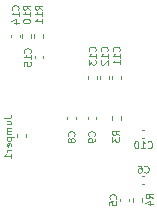
<source format=gbr>
%TF.GenerationSoftware,KiCad,Pcbnew,(6.0.0)*%
%TF.CreationDate,2022-03-30T16:35:39+08:00*%
%TF.ProjectId,USB2_Jtag_Bridge,55534232-5f4a-4746-9167-5f4272696467,rev?*%
%TF.SameCoordinates,Original*%
%TF.FileFunction,Legend,Bot*%
%TF.FilePolarity,Positive*%
%FSLAX46Y46*%
G04 Gerber Fmt 4.6, Leading zero omitted, Abs format (unit mm)*
G04 Created by KiCad (PCBNEW (6.0.0)) date 2022-03-30 16:35:39*
%MOMM*%
%LPD*%
G01*
G04 APERTURE LIST*
%ADD10C,0.100000*%
%ADD11C,0.120000*%
G04 APERTURE END LIST*
D10*
%TO.C,C14*%
X134704285Y-66884285D02*
X134732857Y-66855714D01*
X134761428Y-66770000D01*
X134761428Y-66712857D01*
X134732857Y-66627142D01*
X134675714Y-66570000D01*
X134618571Y-66541428D01*
X134504285Y-66512857D01*
X134418571Y-66512857D01*
X134304285Y-66541428D01*
X134247142Y-66570000D01*
X134190000Y-66627142D01*
X134161428Y-66712857D01*
X134161428Y-66770000D01*
X134190000Y-66855714D01*
X134218571Y-66884285D01*
X134761428Y-67455714D02*
X134761428Y-67112857D01*
X134761428Y-67284285D02*
X134161428Y-67284285D01*
X134247142Y-67227142D01*
X134304285Y-67170000D01*
X134332857Y-67112857D01*
X134361428Y-67970000D02*
X134761428Y-67970000D01*
X134132857Y-67827142D02*
X134561428Y-67684285D01*
X134561428Y-68055714D01*
%TO.C,C5*%
X142964285Y-82880000D02*
X142992857Y-82851428D01*
X143021428Y-82765714D01*
X143021428Y-82708571D01*
X142992857Y-82622857D01*
X142935714Y-82565714D01*
X142878571Y-82537142D01*
X142764285Y-82508571D01*
X142678571Y-82508571D01*
X142564285Y-82537142D01*
X142507142Y-82565714D01*
X142450000Y-82622857D01*
X142421428Y-82708571D01*
X142421428Y-82765714D01*
X142450000Y-82851428D01*
X142478571Y-82880000D01*
X142421428Y-83422857D02*
X142421428Y-83137142D01*
X142707142Y-83108571D01*
X142678571Y-83137142D01*
X142650000Y-83194285D01*
X142650000Y-83337142D01*
X142678571Y-83394285D01*
X142707142Y-83422857D01*
X142764285Y-83451428D01*
X142907142Y-83451428D01*
X142964285Y-83422857D01*
X142992857Y-83394285D01*
X143021428Y-83337142D01*
X143021428Y-83194285D01*
X142992857Y-83137142D01*
X142964285Y-83108571D01*
%TO.C,C9*%
X141174285Y-77540000D02*
X141202857Y-77511428D01*
X141231428Y-77425714D01*
X141231428Y-77368571D01*
X141202857Y-77282857D01*
X141145714Y-77225714D01*
X141088571Y-77197142D01*
X140974285Y-77168571D01*
X140888571Y-77168571D01*
X140774285Y-77197142D01*
X140717142Y-77225714D01*
X140660000Y-77282857D01*
X140631428Y-77368571D01*
X140631428Y-77425714D01*
X140660000Y-77511428D01*
X140688571Y-77540000D01*
X141231428Y-77825714D02*
X141231428Y-77940000D01*
X141202857Y-77997142D01*
X141174285Y-78025714D01*
X141088571Y-78082857D01*
X140974285Y-78111428D01*
X140745714Y-78111428D01*
X140688571Y-78082857D01*
X140660000Y-78054285D01*
X140631428Y-77997142D01*
X140631428Y-77882857D01*
X140660000Y-77825714D01*
X140688571Y-77797142D01*
X140745714Y-77768571D01*
X140888571Y-77768571D01*
X140945714Y-77797142D01*
X140974285Y-77825714D01*
X141002857Y-77882857D01*
X141002857Y-77997142D01*
X140974285Y-78054285D01*
X140945714Y-78082857D01*
X140888571Y-78111428D01*
%TO.C,R4*%
X146101428Y-82840000D02*
X145815714Y-82640000D01*
X146101428Y-82497142D02*
X145501428Y-82497142D01*
X145501428Y-82725714D01*
X145530000Y-82782857D01*
X145558571Y-82811428D01*
X145615714Y-82840000D01*
X145701428Y-82840000D01*
X145758571Y-82811428D01*
X145787142Y-82782857D01*
X145815714Y-82725714D01*
X145815714Y-82497142D01*
X145701428Y-83354285D02*
X146101428Y-83354285D01*
X145472857Y-83211428D02*
X145901428Y-83068571D01*
X145901428Y-83440000D01*
%TO.C,C13*%
X141224285Y-70384284D02*
X141252857Y-70355713D01*
X141281428Y-70269999D01*
X141281428Y-70212856D01*
X141252857Y-70127141D01*
X141195714Y-70069999D01*
X141138571Y-70041427D01*
X141024285Y-70012856D01*
X140938571Y-70012856D01*
X140824285Y-70041427D01*
X140767142Y-70069999D01*
X140710000Y-70127141D01*
X140681428Y-70212856D01*
X140681428Y-70269999D01*
X140710000Y-70355713D01*
X140738571Y-70384284D01*
X141281428Y-70955713D02*
X141281428Y-70612856D01*
X141281428Y-70784284D02*
X140681428Y-70784284D01*
X140767142Y-70727141D01*
X140824285Y-70669999D01*
X140852857Y-70612856D01*
X140681428Y-71155713D02*
X140681428Y-71527141D01*
X140910000Y-71327141D01*
X140910000Y-71412856D01*
X140938571Y-71469999D01*
X140967142Y-71498570D01*
X141024285Y-71527141D01*
X141167142Y-71527141D01*
X141224285Y-71498570D01*
X141252857Y-71469999D01*
X141281428Y-71412856D01*
X141281428Y-71241427D01*
X141252857Y-71184284D01*
X141224285Y-71155713D01*
%TO.C,C11*%
X143244285Y-70374285D02*
X143272857Y-70345714D01*
X143301428Y-70260000D01*
X143301428Y-70202857D01*
X143272857Y-70117142D01*
X143215714Y-70060000D01*
X143158571Y-70031428D01*
X143044285Y-70002857D01*
X142958571Y-70002857D01*
X142844285Y-70031428D01*
X142787142Y-70060000D01*
X142730000Y-70117142D01*
X142701428Y-70202857D01*
X142701428Y-70260000D01*
X142730000Y-70345714D01*
X142758571Y-70374285D01*
X143301428Y-70945714D02*
X143301428Y-70602857D01*
X143301428Y-70774285D02*
X142701428Y-70774285D01*
X142787142Y-70717142D01*
X142844285Y-70660000D01*
X142872857Y-70602857D01*
X143301428Y-71517142D02*
X143301428Y-71174285D01*
X143301428Y-71345714D02*
X142701428Y-71345714D01*
X142787142Y-71288571D01*
X142844285Y-71231428D01*
X142872857Y-71174285D01*
%TO.C,R11*%
X136731428Y-66884285D02*
X136445714Y-66684285D01*
X136731428Y-66541428D02*
X136131428Y-66541428D01*
X136131428Y-66770000D01*
X136160000Y-66827142D01*
X136188571Y-66855714D01*
X136245714Y-66884285D01*
X136331428Y-66884285D01*
X136388571Y-66855714D01*
X136417142Y-66827142D01*
X136445714Y-66770000D01*
X136445714Y-66541428D01*
X136731428Y-67455714D02*
X136731428Y-67112857D01*
X136731428Y-67284285D02*
X136131428Y-67284285D01*
X136217142Y-67227142D01*
X136274285Y-67170000D01*
X136302857Y-67112857D01*
X136731428Y-68027142D02*
X136731428Y-67684285D01*
X136731428Y-67855714D02*
X136131428Y-67855714D01*
X136217142Y-67798571D01*
X136274285Y-67741428D01*
X136302857Y-67684285D01*
%TO.C,R3*%
X143281428Y-77499999D02*
X142995714Y-77299999D01*
X143281428Y-77157141D02*
X142681428Y-77157141D01*
X142681428Y-77385713D01*
X142710000Y-77442856D01*
X142738571Y-77471427D01*
X142795714Y-77499999D01*
X142881428Y-77499999D01*
X142938571Y-77471427D01*
X142967142Y-77442856D01*
X142995714Y-77385713D01*
X142995714Y-77157141D01*
X142681428Y-77699999D02*
X142681428Y-78071427D01*
X142910000Y-77871427D01*
X142910000Y-77957141D01*
X142938571Y-78014284D01*
X142967142Y-78042856D01*
X143024285Y-78071427D01*
X143167142Y-78071427D01*
X143224285Y-78042856D01*
X143252857Y-78014284D01*
X143281428Y-77957141D01*
X143281428Y-77785713D01*
X143252857Y-77728570D01*
X143224285Y-77699999D01*
%TO.C,C6*%
X145400000Y-80634285D02*
X145428571Y-80662857D01*
X145514285Y-80691428D01*
X145571428Y-80691428D01*
X145657142Y-80662857D01*
X145714285Y-80605714D01*
X145742857Y-80548571D01*
X145771428Y-80434285D01*
X145771428Y-80348571D01*
X145742857Y-80234285D01*
X145714285Y-80177142D01*
X145657142Y-80120000D01*
X145571428Y-80091428D01*
X145514285Y-80091428D01*
X145428571Y-80120000D01*
X145400000Y-80148571D01*
X144885714Y-80091428D02*
X145000000Y-80091428D01*
X145057142Y-80120000D01*
X145085714Y-80148571D01*
X145142857Y-80234285D01*
X145171428Y-80348571D01*
X145171428Y-80577142D01*
X145142857Y-80634285D01*
X145114285Y-80662857D01*
X145057142Y-80691428D01*
X144942857Y-80691428D01*
X144885714Y-80662857D01*
X144857142Y-80634285D01*
X144828571Y-80577142D01*
X144828571Y-80434285D01*
X144857142Y-80377142D01*
X144885714Y-80348571D01*
X144942857Y-80320000D01*
X145057142Y-80320000D01*
X145114285Y-80348571D01*
X145142857Y-80377142D01*
X145171428Y-80434285D01*
%TO.C,R10*%
X135721428Y-66884285D02*
X135435714Y-66684285D01*
X135721428Y-66541428D02*
X135121428Y-66541428D01*
X135121428Y-66770000D01*
X135150000Y-66827142D01*
X135178571Y-66855714D01*
X135235714Y-66884285D01*
X135321428Y-66884285D01*
X135378571Y-66855714D01*
X135407142Y-66827142D01*
X135435714Y-66770000D01*
X135435714Y-66541428D01*
X135721428Y-67455714D02*
X135721428Y-67112857D01*
X135721428Y-67284285D02*
X135121428Y-67284285D01*
X135207142Y-67227142D01*
X135264285Y-67170000D01*
X135292857Y-67112857D01*
X135121428Y-67827142D02*
X135121428Y-67884285D01*
X135150000Y-67941428D01*
X135178571Y-67970000D01*
X135235714Y-67998571D01*
X135350000Y-68027142D01*
X135492857Y-68027142D01*
X135607142Y-67998571D01*
X135664285Y-67970000D01*
X135692857Y-67941428D01*
X135721428Y-67884285D01*
X135721428Y-67827142D01*
X135692857Y-67770000D01*
X135664285Y-67741428D01*
X135607142Y-67712857D01*
X135492857Y-67684285D01*
X135350000Y-67684285D01*
X135235714Y-67712857D01*
X135178571Y-67741428D01*
X135150000Y-67770000D01*
X135121428Y-67827142D01*
%TO.C,Jumper1*%
X133541428Y-76054285D02*
X133970000Y-76054285D01*
X134055714Y-76025714D01*
X134112857Y-75968571D01*
X134141428Y-75882857D01*
X134141428Y-75825714D01*
X133741428Y-76597142D02*
X134141428Y-76597142D01*
X133741428Y-76340000D02*
X134055714Y-76340000D01*
X134112857Y-76368571D01*
X134141428Y-76425714D01*
X134141428Y-76511428D01*
X134112857Y-76568571D01*
X134084285Y-76597142D01*
X134141428Y-76882857D02*
X133741428Y-76882857D01*
X133798571Y-76882857D02*
X133770000Y-76911428D01*
X133741428Y-76968571D01*
X133741428Y-77054285D01*
X133770000Y-77111428D01*
X133827142Y-77140000D01*
X134141428Y-77140000D01*
X133827142Y-77140000D02*
X133770000Y-77168571D01*
X133741428Y-77225714D01*
X133741428Y-77311428D01*
X133770000Y-77368571D01*
X133827142Y-77397142D01*
X134141428Y-77397142D01*
X133741428Y-77682857D02*
X134341428Y-77682857D01*
X133770000Y-77682857D02*
X133741428Y-77740000D01*
X133741428Y-77854285D01*
X133770000Y-77911428D01*
X133798571Y-77940000D01*
X133855714Y-77968571D01*
X134027142Y-77968571D01*
X134084285Y-77940000D01*
X134112857Y-77911428D01*
X134141428Y-77854285D01*
X134141428Y-77740000D01*
X134112857Y-77682857D01*
X134112857Y-78454285D02*
X134141428Y-78397142D01*
X134141428Y-78282857D01*
X134112857Y-78225714D01*
X134055714Y-78197142D01*
X133827142Y-78197142D01*
X133770000Y-78225714D01*
X133741428Y-78282857D01*
X133741428Y-78397142D01*
X133770000Y-78454285D01*
X133827142Y-78482857D01*
X133884285Y-78482857D01*
X133941428Y-78197142D01*
X134141428Y-78740000D02*
X133741428Y-78740000D01*
X133855714Y-78740000D02*
X133798571Y-78768571D01*
X133770000Y-78797142D01*
X133741428Y-78854285D01*
X133741428Y-78911428D01*
X134141428Y-79425714D02*
X134141428Y-79082857D01*
X134141428Y-79254285D02*
X133541428Y-79254285D01*
X133627142Y-79197142D01*
X133684285Y-79140000D01*
X133712857Y-79082857D01*
%TO.C,C8*%
X139434022Y-77540000D02*
X139462594Y-77511428D01*
X139491165Y-77425714D01*
X139491165Y-77368571D01*
X139462594Y-77282857D01*
X139405451Y-77225714D01*
X139348308Y-77197142D01*
X139234022Y-77168571D01*
X139148308Y-77168571D01*
X139034022Y-77197142D01*
X138976879Y-77225714D01*
X138919737Y-77282857D01*
X138891165Y-77368571D01*
X138891165Y-77425714D01*
X138919737Y-77511428D01*
X138948308Y-77540000D01*
X139148308Y-77882857D02*
X139119737Y-77825714D01*
X139091165Y-77797142D01*
X139034022Y-77768571D01*
X139005451Y-77768571D01*
X138948308Y-77797142D01*
X138919737Y-77825714D01*
X138891165Y-77882857D01*
X138891165Y-77997142D01*
X138919737Y-78054285D01*
X138948308Y-78082857D01*
X139005451Y-78111428D01*
X139034022Y-78111428D01*
X139091165Y-78082857D01*
X139119737Y-78054285D01*
X139148308Y-77997142D01*
X139148308Y-77882857D01*
X139176879Y-77825714D01*
X139205451Y-77797142D01*
X139262594Y-77768571D01*
X139376879Y-77768571D01*
X139434022Y-77797142D01*
X139462594Y-77825714D01*
X139491165Y-77882857D01*
X139491165Y-77997142D01*
X139462594Y-78054285D01*
X139434022Y-78082857D01*
X139376879Y-78111428D01*
X139262594Y-78111428D01*
X139205451Y-78082857D01*
X139176879Y-78054285D01*
X139148308Y-77997142D01*
%TO.C,C12*%
X142229603Y-70382400D02*
X142258175Y-70353829D01*
X142286746Y-70268115D01*
X142286746Y-70210972D01*
X142258175Y-70125257D01*
X142201032Y-70068115D01*
X142143889Y-70039543D01*
X142029603Y-70010972D01*
X141943889Y-70010972D01*
X141829603Y-70039543D01*
X141772460Y-70068115D01*
X141715318Y-70125257D01*
X141686746Y-70210972D01*
X141686746Y-70268115D01*
X141715318Y-70353829D01*
X141743889Y-70382400D01*
X142286746Y-70953829D02*
X142286746Y-70610972D01*
X142286746Y-70782400D02*
X141686746Y-70782400D01*
X141772460Y-70725257D01*
X141829603Y-70668115D01*
X141858175Y-70610972D01*
X141743889Y-71182400D02*
X141715318Y-71210972D01*
X141686746Y-71268115D01*
X141686746Y-71410972D01*
X141715318Y-71468115D01*
X141743889Y-71496686D01*
X141801032Y-71525257D01*
X141858175Y-71525257D01*
X141943889Y-71496686D01*
X142286746Y-71153829D01*
X142286746Y-71525257D01*
%TO.C,C15*%
X135734285Y-70514285D02*
X135762857Y-70485714D01*
X135791428Y-70400000D01*
X135791428Y-70342857D01*
X135762857Y-70257142D01*
X135705714Y-70200000D01*
X135648571Y-70171428D01*
X135534285Y-70142857D01*
X135448571Y-70142857D01*
X135334285Y-70171428D01*
X135277142Y-70200000D01*
X135220000Y-70257142D01*
X135191428Y-70342857D01*
X135191428Y-70400000D01*
X135220000Y-70485714D01*
X135248571Y-70514285D01*
X135791428Y-71085714D02*
X135791428Y-70742857D01*
X135791428Y-70914285D02*
X135191428Y-70914285D01*
X135277142Y-70857142D01*
X135334285Y-70800000D01*
X135362857Y-70742857D01*
X135191428Y-71628571D02*
X135191428Y-71342857D01*
X135477142Y-71314285D01*
X135448571Y-71342857D01*
X135420000Y-71400000D01*
X135420000Y-71542857D01*
X135448571Y-71600000D01*
X135477142Y-71628571D01*
X135534285Y-71657142D01*
X135677142Y-71657142D01*
X135734285Y-71628571D01*
X135762857Y-71600000D01*
X135791428Y-71542857D01*
X135791428Y-71400000D01*
X135762857Y-71342857D01*
X135734285Y-71314285D01*
%TO.C,C10*%
X145685714Y-78554285D02*
X145714285Y-78582857D01*
X145800000Y-78611428D01*
X145857142Y-78611428D01*
X145942857Y-78582857D01*
X146000000Y-78525714D01*
X146028571Y-78468571D01*
X146057142Y-78354285D01*
X146057142Y-78268571D01*
X146028571Y-78154285D01*
X146000000Y-78097142D01*
X145942857Y-78040000D01*
X145857142Y-78011428D01*
X145800000Y-78011428D01*
X145714285Y-78040000D01*
X145685714Y-78068571D01*
X145114285Y-78611428D02*
X145457142Y-78611428D01*
X145285714Y-78611428D02*
X145285714Y-78011428D01*
X145342857Y-78097142D01*
X145400000Y-78154285D01*
X145457142Y-78182857D01*
X144742857Y-78011428D02*
X144685714Y-78011428D01*
X144628571Y-78040000D01*
X144600000Y-78068571D01*
X144571428Y-78125714D01*
X144542857Y-78240000D01*
X144542857Y-78382857D01*
X144571428Y-78497142D01*
X144600000Y-78554285D01*
X144628571Y-78582857D01*
X144685714Y-78611428D01*
X144742857Y-78611428D01*
X144800000Y-78582857D01*
X144828571Y-78554285D01*
X144857142Y-78497142D01*
X144885714Y-78382857D01*
X144885714Y-78240000D01*
X144857142Y-78125714D01*
X144828571Y-78068571D01*
X144800000Y-78040000D01*
X144742857Y-78011428D01*
%TO.C,C14*%
X134130000Y-68992164D02*
X134130000Y-69207836D01*
X134850000Y-68992164D02*
X134850000Y-69207836D01*
%TO.C,C5*%
X143360000Y-83087836D02*
X143360000Y-82872164D01*
X144080000Y-83087836D02*
X144080000Y-82872164D01*
%TO.C,C9*%
X141320000Y-75952164D02*
X141320000Y-76167836D01*
X140600000Y-75952164D02*
X140600000Y-76167836D01*
%TO.C,R4*%
X145200000Y-83133641D02*
X145200000Y-82826359D01*
X144440000Y-83133641D02*
X144440000Y-82826359D01*
%TO.C,C13*%
X140644681Y-72749720D02*
X140644681Y-72534048D01*
X141364681Y-72749720D02*
X141364681Y-72534048D01*
%TO.C,C11*%
X142664681Y-72739721D02*
X142664681Y-72524049D01*
X143384681Y-72739721D02*
X143384681Y-72524049D01*
%TO.C,R11*%
X136080000Y-69263641D02*
X136080000Y-68956359D01*
X136840000Y-69263641D02*
X136840000Y-68956359D01*
%TO.C,R3*%
X142630000Y-75926359D02*
X142630000Y-76233641D01*
X143390000Y-75926359D02*
X143390000Y-76233641D01*
%TO.C,C6*%
X145407836Y-81660000D02*
X145192164Y-81660000D01*
X145407836Y-80940000D02*
X145192164Y-80940000D01*
%TO.C,R10*%
X135070000Y-68946359D02*
X135070000Y-69253641D01*
X135830000Y-68946359D02*
X135830000Y-69253641D01*
D11*
%TO.C,Jumper1*%
X134590000Y-77693641D02*
X134590000Y-77386359D01*
X135350000Y-77693641D02*
X135350000Y-77386359D01*
D10*
%TO.C,C8*%
X138860000Y-75952164D02*
X138860000Y-76167836D01*
X139580000Y-75952164D02*
X139580000Y-76167836D01*
%TO.C,C12*%
X141649999Y-72747836D02*
X141649999Y-72532164D01*
X142369999Y-72747836D02*
X142369999Y-72532164D01*
%TO.C,C15*%
X136100000Y-70792164D02*
X136100000Y-71007836D01*
X136820000Y-70792164D02*
X136820000Y-71007836D01*
%TO.C,C10*%
X145407836Y-77040000D02*
X145192164Y-77040000D01*
X145407836Y-77760000D02*
X145192164Y-77760000D01*
%TD*%
M02*

</source>
